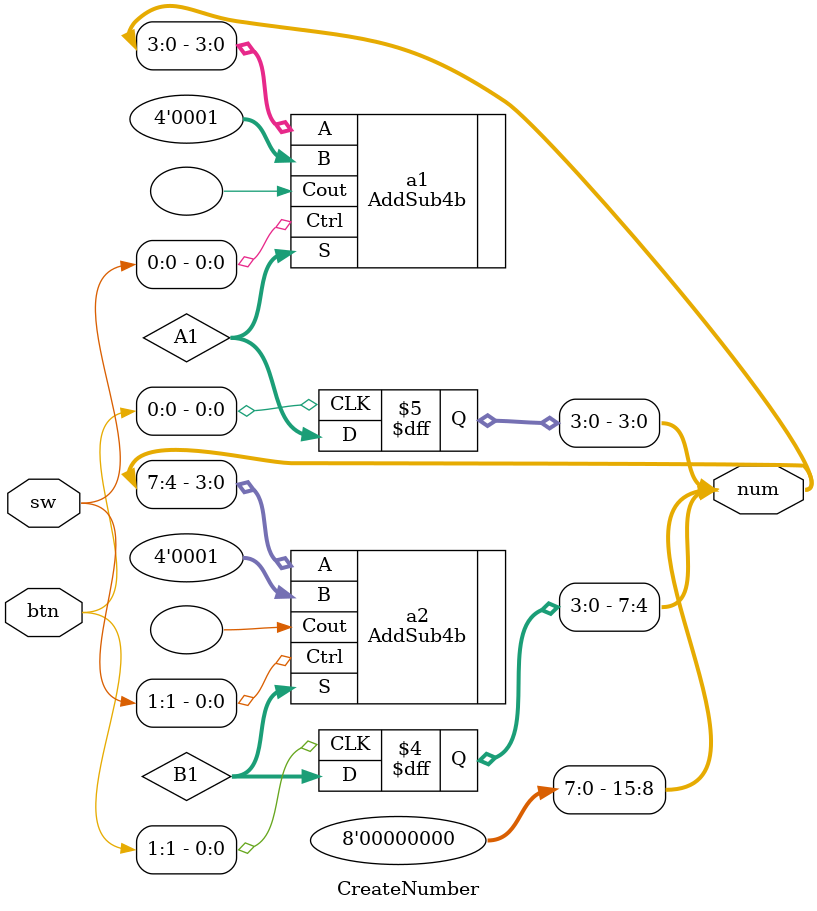
<source format=v>
`timescale 1ns / 1ps
module CreateNumber(
	input wire [1:0] btn,
	input wire [1:0] sw,
	output reg [15:0] num
	);
	
	wire [3:0] A1,B1;
	wire Co1,Co2;
	
	initial num<=16'b0000_0000_0000_0000;
	
	AddSub4b
		a1(.A(num[ 3: 0]),.B(4'b0001),.Ctrl(sw[0]),.Cout(),.S(A1)),
		a2(.A(num[ 7: 4]),.B(4'b0001),.Ctrl(sw[1]),.Cout(),.S(B1));
	
	always@(posedge btn[0]) num[ 3: 0]<= A1;
	always@(posedge btn[1]) num[ 7: 4]<= B1;

endmodule

</source>
